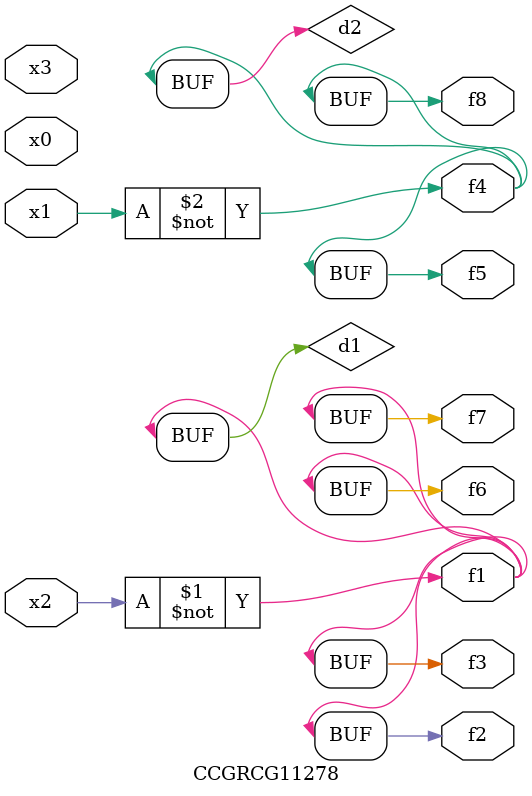
<source format=v>
module CCGRCG11278(
	input x0, x1, x2, x3,
	output f1, f2, f3, f4, f5, f6, f7, f8
);

	wire d1, d2;

	xnor (d1, x2);
	not (d2, x1);
	assign f1 = d1;
	assign f2 = d1;
	assign f3 = d1;
	assign f4 = d2;
	assign f5 = d2;
	assign f6 = d1;
	assign f7 = d1;
	assign f8 = d2;
endmodule

</source>
